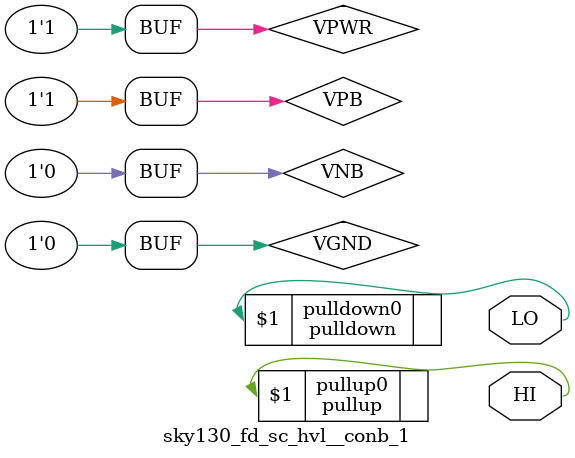
<source format=v>
/*
 * Copyright 2020 The SkyWater PDK Authors
 *
 * Licensed under the Apache License, Version 2.0 (the "License");
 * you may not use this file except in compliance with the License.
 * You may obtain a copy of the License at
 *
 *     https://www.apache.org/licenses/LICENSE-2.0
 *
 * Unless required by applicable law or agreed to in writing, software
 * distributed under the License is distributed on an "AS IS" BASIS,
 * WITHOUT WARRANTIES OR CONDITIONS OF ANY KIND, either express or implied.
 * See the License for the specific language governing permissions and
 * limitations under the License.
 *
 * SPDX-License-Identifier: Apache-2.0
*/


`ifndef SKY130_FD_SC_HVL__CONB_1_TIMING_V
`define SKY130_FD_SC_HVL__CONB_1_TIMING_V

/**
 * conb: Constant value, low, high outputs.
 *
 * Verilog simulation timing model.
 */

`timescale 1ns / 1ps
`default_nettype none

`celldefine
module sky130_fd_sc_hvl__conb_1 (
    HI,
    LO
);

    // Module ports
    output HI;
    output LO;

    // Module supplies
    supply1 VPWR;
    supply0 VGND;
    supply1 VPB ;
    supply0 VNB ;

    //       Name       Output
    pullup   pullup0   (HI    );
    pulldown pulldown0 (LO    );

endmodule
`endcelldefine

`default_nettype wire
`endif  // SKY130_FD_SC_HVL__CONB_1_TIMING_V

</source>
